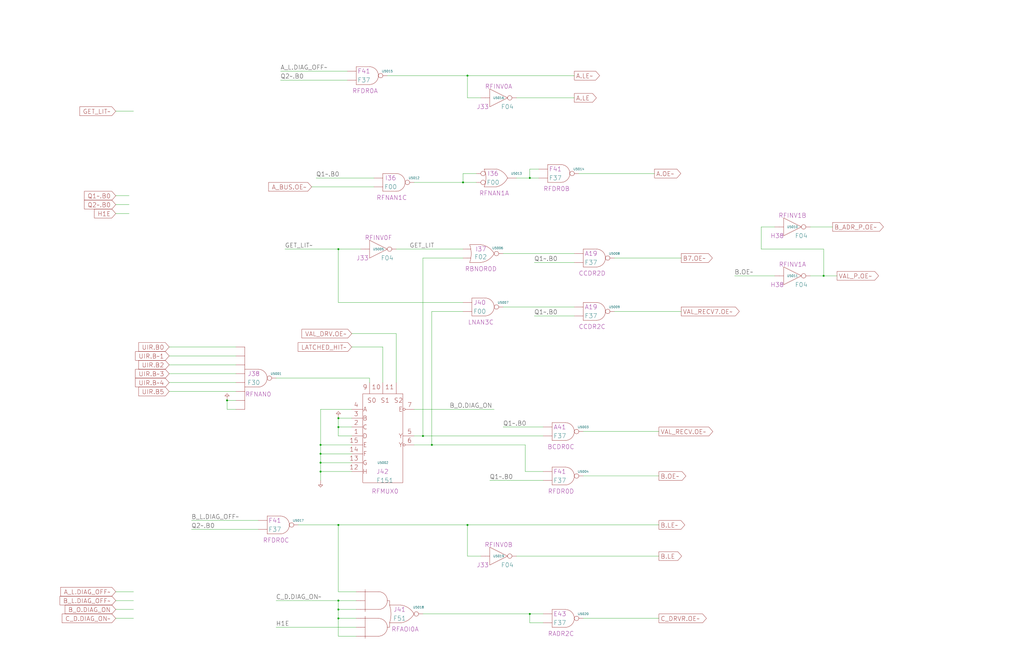
<source format=kicad_sch>
(kicad_sch (version 20211123) (generator eeschema)
  (paper "User" 584.2 378.46)
  (title_block (title "REGISTER FILE CONTROL") (date "22-MAR-90") (rev "1.0") (comment 1 "VALUE") (comment 2 "232-003063") (comment 3 "S400") (comment 4 "RELEASED"))
  (lib_symbols
    (symbol "r1000:F00" (pin_numbers hide) (pin_names hide)
      (property "Reference" "U" (at 15.24 0 0))
      (property "Value" "F00" (at 1.905 -5.08 0))
      (property "Location" "___" (at 1.905 0 0))
      (property "Name" "______" (at 2.54 -12.7 0))
      (symbol "F00_0_1"
        (polyline (pts (xy -2.54 -7.62) (xy 5.08 -7.62)) (stroke (width 0.1524)))
        (polyline (pts (xy -2.54 2.54) (xy -2.54 -7.62)) (stroke (width 0.1524)))
        (polyline (pts (xy -2.54 2.54) (xy 5.08 2.54)) (stroke (width 0.1524)))
        (arc (start 5.08 -7.62) (mid 10.1282 -2.54) (end 5.08 2.54) (stroke (width 0.1524)))
        (circle (center 11.43 -2.54) (radius 1.27) (stroke (width 0.1524)))
      )
      (symbol "F00_0_2"
        (circle (center -3.81 -5.08) (radius 1.27) (stroke (width 0.1524)))
        (circle (center -3.81 0) (radius 1.27) (stroke (width 0.1524)))
        (arc (start -3.175 -7.62) (mid -2.134 -2.54) (end -3.175 2.54) (stroke (width 0.1524)))
        (polyline (pts (xy -3.175 -7.62) (xy 3.81 -7.62)) (stroke (width 0.1524)))
        (polyline (pts (xy -3.175 2.54) (xy 3.81 2.54)) (stroke (width 0.1524)))
        (arc (start 3.81 -7.62) (mid 7.5855 -5.8306) (end 10.16 -2.54) (stroke (width 0.1524)))
        (arc (start 10.16 -2.54) (mid 7.5827 0.7471) (end 3.81 2.54) (stroke (width 0.1524)))
      )
      (symbol "F00_1_1"
        (pin input line (at -7.62 0 0) (length 5.08) (name "D0") (number "1"))
        (pin input line (at -7.62 -5.08 0) (length 5.08) (name "D1") (number "2"))
        (pin output line (at 15.24 -2.54 180) (length 2.54) (name "Q") (number "3"))
      )
      (symbol "F00_1_2"
        (pin input line (at -7.62 0 0) (length 2.54) (name "D0") (number "1"))
        (pin input line (at -7.62 -5.08 0) (length 2.54) (name "D1") (number "2"))
        (pin output line (at 15.24 -2.54 180) (length 5.08) (name "Q") (number "3"))
      )
    )
    (symbol "r1000:F02" (pin_numbers hide) (pin_names hide)
      (property "Reference" "U" (at 12.16 0.635 0))
      (property "Value" "F02" (at -1.27 -4.445 0))
      (property "Location" "___" (at 2.54 0 0))
      (property "Name" "______" (at 2.54 -12.7 0))
      (symbol "F02_0_1"
        (arc (start -3.81 -7.62) (mid -2.9847 -2.54) (end -3.81 2.54) (stroke (width 0.1524)))
        (polyline (pts (xy -5.08 -5.08) (xy -3.175 -5.08)) (stroke (width 0.1524)))
        (polyline (pts (xy -5.08 0) (xy -3.175 0)) (stroke (width 0.1524)))
        (polyline (pts (xy -3.81 -7.62) (xy 2.54 -7.62)) (stroke (width 0.1524)))
        (polyline (pts (xy -3.81 2.54) (xy 2.54 2.54)) (stroke (width 0.1524)))
        (polyline (pts (xy 13.97 -2.54) (xy 12.7 -2.54)) (stroke (width 0.1524)))
        (arc (start 2.54 -7.62) (mid 6.9515 -5.9823) (end 10.16 -2.54) (stroke (width 0.1524)))
        (arc (start 10.16 -2.54) (mid 6.9478 0.8966) (end 2.54 2.54) (stroke (width 0.1524)))
        (circle (center 11.43 -2.54) (radius 1.27) (stroke (width 0.1524)))
      )
      (symbol "F02_0_2"
        (circle (center -3.81 -5.08) (radius 1.27) (stroke (width 0.1524)))
        (circle (center -3.81 0) (radius 1.27) (stroke (width 0.1524)))
        (polyline (pts (xy -2.54 -7.62) (xy 5.08 -7.62)) (stroke (width 0.1524)))
        (polyline (pts (xy -2.54 2.54) (xy -2.54 -7.62)) (stroke (width 0.1524)))
        (polyline (pts (xy -2.54 2.54) (xy 5.08 2.54)) (stroke (width 0.1524)))
        (polyline (pts (xy 11.43 -2.54) (xy 10.16 -2.54)) (stroke (width 0.1524)))
        (polyline (pts (xy 11.43 -2.54) (xy 12.7 -2.54)) (stroke (width 0.1524)))
        (arc (start 5.08 -7.62) (mid 10.1282 -2.54) (end 5.08 2.54) (stroke (width 0.1524)))
      )
      (symbol "F02_1_1"
        (pin input line (at -7.62 0 0) (length 2.54) (name "D0") (number "1"))
        (pin input line (at -7.62 -5.08 0) (length 2.54) (name "D1") (number "2"))
        (pin output line (at 15.24 -2.54 180) (length 1.27) (name "Q") (number "3"))
      )
      (symbol "F02_1_2"
        (pin input line (at -7.62 0 0) (length 2.54) (name "D0") (number "1"))
        (pin input line (at -7.62 -5.08 0) (length 2.54) (name "D1") (number "2"))
        (pin output line (at 15.24 -2.54 180) (length 2.54) (name "Q") (number "3"))
      )
    )
    (symbol "r1000:F04" (pin_numbers hide) (pin_names hide)
      (property "Reference" "U" (at 0 0 0))
      (property "Value" "F04" (at 1.27 -5.08 0))
      (property "Location" "___" (at -12.7 -5.08 0))
      (property "Name" "______" (at 0 5.08 0))
      (symbol "F04_0_1"
        (polyline (pts (xy -7.62 0) (xy -5.08 0)) (stroke (width 0.1524)))
        (polyline (pts (xy -5.08 5.08) (xy -5.08 -5.08)) (stroke (width 0.1524)))
        (polyline (pts (xy 5.08 0) (xy -5.08 -5.08)) (stroke (width 0.1524)))
        (polyline (pts (xy 5.08 0) (xy -5.08 5.08)) (stroke (width 0.1524)))
        (circle (center 6.35 0) (radius 1.27) (stroke (width 0.1524)))
      )
      (symbol "F04_1_1"
        (pin input line (at -10.16 0 0) (length 2.54) (name "D") (number "1"))
        (pin output line (at 10.16 0 180) (length 2.54) (name "Q") (number "2"))
      )
    )
    (symbol "r1000:F151" (pin_numbers hide) (pin_names (offset 1.016) hide)
      (property "Reference" "U" (at 2.54 5.08 0))
      (property "Value" "F151" (at -1.27 -5.08 0))
      (property "Location" "___" (at -1.27 0 0))
      (property "Name" "______" (at 3.81 -12.7 0))
      (symbol "F151_1_1"
        (rectangle (start -8.89 44.45) (end 13.97 -6.35))
        (circle (center 14.605 15.24) (radius 0.635))
        (circle (center 14.605 35.56) (radius 0.635))
        (text "0" (at -2.54 40.64 0) (effects (font (size 2.54 2.54))))
        (text "0" (at 0 48.26 0) (effects (font (size 2.54 2.54))))
        (text "1" (at -15.24 2.54 0) (effects (font (size 2.54 2.54))))
        (text "1" (at -15.24 7.62 0) (effects (font (size 2.54 2.54))))
        (text "1" (at -15.24 12.7 0) (effects (font (size 2.54 2.54))))
        (text "1" (at -15.24 17.78 0) (effects (font (size 2.54 2.54))))
        (text "1" (at -12.7 22.86 0) (effects (font (size 2.54 2.54))))
        (text "1" (at -2.54 48.26 0) (effects (font (size 2.54 2.54))))
        (text "1" (at 5.08 40.64 0) (effects (font (size 2.54 2.54))))
        (text "1" (at 5.08 48.26 0) (effects (font (size 2.54 2.54))))
        (text "1" (at 7.62 48.26 0) (effects (font (size 2.54 2.54))))
        (text "2" (at -12.7 2.54 0) (effects (font (size 2.54 2.54))))
        (text "2" (at -12.7 27.94 0) (effects (font (size 2.54 2.54))))
        (text "2" (at 12.7 40.64 0) (effects (font (size 2.54 2.54))))
        (text "3" (at -12.7 7.62 0) (effects (font (size 2.54 2.54))))
        (text "3" (at -12.7 33.02 0) (effects (font (size 2.54 2.54))))
        (text "4" (at -12.7 12.7 0) (effects (font (size 2.54 2.54))))
        (text "4" (at -12.7 38.1 0) (effects (font (size 2.54 2.54))))
        (text "5" (at -12.7 17.78 0) (effects (font (size 2.54 2.54))))
        (text "5" (at 17.78 22.86 0) (effects (font (size 2.54 2.54))))
        (text "6" (at 17.78 17.78 0) (effects (font (size 2.54 2.54))))
        (text "7" (at 17.78 38.1 0) (effects (font (size 2.54 2.54))))
        (text "9" (at -7.62 48.26 0) (effects (font (size 2.54 2.54))))
        (text "A" (at -7.62 35.56 0) (effects (font (size 2.54 2.54))))
        (text "B" (at -7.62 30.48 0) (effects (font (size 2.54 2.54))))
        (text "C" (at -7.62 25.4 0) (effects (font (size 2.54 2.54))))
        (text "D" (at -7.62 20.32 0) (effects (font (size 2.54 2.54))))
        (text "E" (at -7.62 15.24 0) (effects (font (size 2.54 2.54))))
        (text "E" (at 12.7 35.56 0) (effects (font (size 2.54 2.54))))
        (text "F" (at -7.62 10.16 0) (effects (font (size 2.54 2.54))))
        (text "G" (at -7.62 5.08 0) (effects (font (size 2.54 2.54))))
        (text "H" (at -7.62 0 0) (effects (font (size 2.54 2.54))))
        (text "S" (at -5.08 40.64 0) (effects (font (size 2.54 2.54))))
        (text "S" (at 2.54 40.64 0) (effects (font (size 2.54 2.54))))
        (text "S" (at 10.16 40.64 0) (effects (font (size 2.54 2.54))))
        (text "Y" (at 12.7 15.24 0) (effects (font (size 2.54 2.54))))
        (text "Y" (at 12.7 20.32 0) (effects (font (size 2.54 2.54))))
        (pin input line (at -15.24 20.32 0) (length 6.35) (name "D") (number "1"))
        (pin input line (at 2.54 50.8 270) (length 6.35) (name "S1") (number "10"))
        (pin input line (at 10.16 50.8 270) (length 6.35) (name "S2") (number "11"))
        (pin input line (at -15.24 0 0) (length 6.35) (name "H") (number "12"))
        (pin input line (at -15.24 5.08 0) (length 6.35) (name "G") (number "13"))
        (pin input line (at -15.24 10.16 0) (length 6.35) (name "F") (number "14"))
        (pin input line (at -15.24 15.24 0) (length 6.35) (name "E") (number "15"))
        (pin input line (at -15.24 25.4 0) (length 6.35) (name "C") (number "2"))
        (pin input line (at -15.24 30.48 0) (length 6.35) (name "B") (number "3"))
        (pin input line (at -15.24 35.56 0) (length 6.35) (name "A") (number "4"))
        (pin output line (at 20.32 20.32 180) (length 6.35) (name "Y") (number "5"))
        (pin output line (at 20.32 15.24 180) (length 5.08) (name "Y_") (number "6"))
        (pin input line (at 20.32 35.56 180) (length 5.08) (name "E_") (number "7"))
        (pin input line (at -5.08 50.8 270) (length 6.35) (name "S0") (number "9"))
      )
    )
    (symbol "r1000:F30" (pin_numbers hide) (pin_names hide)
      (property "Reference" "U" (at 15.24 2.54 0))
      (property "Value" "F30" (at 2.54 -2.54 0))
      (property "Location" "___" (at 2.54 2.54 0))
      (property "Name" "______" (at 5.08 -10.62 0))
      (symbol "F30_0_0"
        (polyline (pts (xy -2.54 -5.08) (xy 5.08 -5.08)) (stroke (width 0.1524)))
        (polyline (pts (xy -2.54 5.08) (xy 5.08 5.08)) (stroke (width 0.1524)))
        (arc (start 5.08 -5.08) (mid 8.6721 -3.5921) (end 10.16 0) (stroke (width 0.1524)))
        (arc (start 10.16 0) (mid 8.6721 3.5921) (end 5.08 5.08) (stroke (width 0.1524)))
        (circle (center 11.43 0) (radius 1.27) (stroke (width 0.1524)))
      )
      (symbol "F30_0_1"
        (polyline (pts (xy -2.54 -7.62) (xy -2.54 -17.78)) (stroke (width 0.1524)))
        (polyline (pts (xy -2.54 -5.08) (xy -2.54 -7.62)) (stroke (width 0.1524)))
        (polyline (pts (xy -2.54 5.08) (xy -2.54 -5.08)) (stroke (width 0.1524)))
        (polyline (pts (xy -2.54 7.62) (xy -2.54 5.08)) (stroke (width 0.1524)))
        (polyline (pts (xy -2.54 17.145) (xy -2.54 7.62)) (stroke (width 0.1524)))
        (polyline (pts (xy -2.54 17.78) (xy -2.54 17.145)) (stroke (width 0.1524)))
      )
      (symbol "F30_1_1"
        (pin input line (at -7.62 7.62 0) (length 5.08) (name "D0") (number "1"))
        (pin input line (at -7.62 17.78 0) (length 5.08) (name "D1") (number "11"))
        (pin input line (at -7.62 12.7 0) (length 5.08) (name "D2") (number "12"))
        (pin input line (at -7.62 2.54 0) (length 5.08) (name "D3") (number "2"))
        (pin input line (at -7.62 -2.54 0) (length 5.08) (name "D4") (number "3"))
        (pin input line (at -7.62 -7.62 0) (length 5.08) (name "D5") (number "4"))
        (pin input line (at -7.62 -12.7 0) (length 5.08) (name "D6") (number "5"))
        (pin input line (at -7.62 -17.78 0) (length 5.08) (name "D7") (number "6"))
        (pin output line (at 15.24 0 180) (length 2.54) (name "Q") (number "8"))
      )
    )
    (symbol "r1000:F37" (pin_numbers hide) (pin_names (offset 0) hide)
      (property "Reference" "U" (at 15.24 0 0))
      (property "Value" "F37" (at 1.905 -5.08 0))
      (property "Location" "___" (at 1.905 0 0))
      (property "Name" "______" (at 2.54 -12.7 0))
      (symbol "F37_0_1"
        (polyline (pts (xy -2.54 -7.62) (xy 5.08 -7.62)) (stroke (width 0.1524)))
        (polyline (pts (xy -2.54 2.54) (xy -2.54 -7.62)) (stroke (width 0.1524)))
        (polyline (pts (xy -2.54 2.54) (xy 5.08 2.54)) (stroke (width 0.1524)))
        (arc (start 5.08 -7.62) (mid 10.1282 -2.54) (end 5.08 2.54) (stroke (width 0.1524)))
        (circle (center 11.43 -2.54) (radius 1.27) (stroke (width 0.1524)))
      )
      (symbol "F37_0_2"
        (circle (center -3.81 -5.08) (radius 1.27) (stroke (width 0.1524)))
        (circle (center -3.81 0) (radius 1.27) (stroke (width 0.1524)))
        (arc (start -3.175 -7.62) (mid -2.134 -2.54) (end -3.175 2.54) (stroke (width 0.1524)))
        (polyline (pts (xy -3.175 -7.62) (xy 3.81 -7.62)) (stroke (width 0.1524)))
        (polyline (pts (xy -3.175 2.54) (xy 3.81 2.54)) (stroke (width 0.1524)))
        (arc (start 3.81 -7.62) (mid 7.5855 -5.8306) (end 10.16 -2.54) (stroke (width 0.1524)))
        (arc (start 10.16 -2.54) (mid 7.5827 0.7471) (end 3.81 2.54) (stroke (width 0.1524)))
      )
      (symbol "F37_1_1"
        (pin input line (at -7.62 0 0) (length 5.08) (name "D0") (number "1"))
        (pin input line (at -7.62 -5.08 0) (length 5.08) (name "D1") (number "2"))
        (pin output line (at 15.24 -2.54 180) (length 2.54) (name "Q") (number "3"))
      )
      (symbol "F37_1_2"
        (pin input line (at -7.62 0 0) (length 2.54) (name "D0") (number "1"))
        (pin input line (at -7.62 -5.08 0) (length 2.54) (name "D1") (number "2"))
        (pin output line (at 15.24 -2.54 180) (length 5.08) (name "Q") (number "3"))
      )
    )
    (symbol "r1000:F51" (pin_numbers hide) (pin_names hide)
      (property "Reference" "U" (at 12.7 1.27 0))
      (property "Value" "F51" (at 1.905 -5.08 0))
      (property "Location" "___" (at 1.905 0 0))
      (property "Name" "______" (at 5.08 -12.7 0))
      (symbol "F51_0_0"
        (arc (start -10.16 -15.24) (mid -6.5679 -13.7521) (end -5.08 -10.16) (stroke (width 0.1524)))
        (arc (start -10.16 0) (mid -6.5679 1.4879) (end -5.08 5.08) (stroke (width 0.1524)))
        (arc (start -5.08 -10.16) (mid -6.5679 -6.5679) (end -10.16 -5.08) (stroke (width 0.1524)))
        (arc (start -5.08 5.08) (mid -6.5679 8.6721) (end -10.16 10.16) (stroke (width 0.1524)))
        (arc (start -3.8173 -7.62) (mid -2.9926 -2.54) (end -3.8173 2.54) (stroke (width 0.1524)))
        (polyline (pts (xy -20.32 -15.24) (xy -17.78 -15.24)) (stroke (width 0.1524)))
        (polyline (pts (xy -20.32 -10.16) (xy -17.78 -10.16)) (stroke (width 0.1524)))
        (polyline (pts (xy -20.32 -5.08) (xy -17.78 -5.08)) (stroke (width 0.1524)))
        (polyline (pts (xy -20.32 0) (xy -17.78 0)) (stroke (width 0.1524)))
        (polyline (pts (xy -20.32 5.08) (xy -17.78 5.08)) (stroke (width 0.1524)))
        (polyline (pts (xy -20.32 10.16) (xy -17.78 10.16)) (stroke (width 0.1524)))
        (polyline (pts (xy -17.78 -3.81) (xy -17.78 -16.51)) (stroke (width 0.1524)))
        (polyline (pts (xy -17.78 11.43) (xy -17.78 -1.27)) (stroke (width 0.1524)))
        (polyline (pts (xy -10.16 -15.24) (xy -17.78 -15.24)) (stroke (width 0.1524)))
        (polyline (pts (xy -10.16 -5.08) (xy -17.78 -5.08)) (stroke (width 0.1524)))
        (polyline (pts (xy -10.16 0) (xy -17.78 0)) (stroke (width 0.1524)))
        (polyline (pts (xy -10.16 10.16) (xy -17.78 10.16)) (stroke (width 0.1524)))
        (polyline (pts (xy -3.81 -7.62) (xy 2.54 -7.62)) (stroke (width 0.1524)))
        (polyline (pts (xy -3.81 2.54) (xy 2.54 2.54)) (stroke (width 0.1524)))
        (polyline (pts (xy -5.08 -10.16) (xy -3.81 -10.16) (xy -3.81 -7.62)) (stroke (width 0.1524)))
        (polyline (pts (xy -5.08 5.08) (xy -3.81 5.08) (xy -3.81 2.54)) (stroke (width 0.1524)))
        (arc (start 2.54 -7.62) (mid 6.9504 -5.9805) (end 10.16 -2.54) (stroke (width 0.1524)))
        (arc (start 10.16 -2.54) (mid 6.9516 0.9024) (end 2.54 2.54) (stroke (width 0.1524)))
        (circle (center 11.43 -2.54) (radius 1.27) (stroke (width 0.1524)))
      )
      (symbol "F51_1_1"
        (pin input line (at -22.86 10.16 0) (length 2.54) (name "A1") (number "1"))
        (pin input line (at -22.86 5.08 0) (length 2.54) (name "A2") (number "2"))
        (pin input line (at -22.86 0 0) (length 2.54) (name "A3") (number "3"))
        (pin input line (at -22.86 -5.08 0) (length 2.54) (name "B1") (number "4"))
        (pin input line (at -22.86 -10.16 0) (length 2.54) (name "B2") (number "5"))
        (pin input line (at -22.86 -15.24 0) (length 2.54) (name "B3") (number "6"))
        (pin output line (at 15.24 -2.54 180) (length 2.54) (name "Q") (number "7"))
      )
    )
    (symbol "r1000:PD" (power) (pin_numbers hide) (pin_names hide) (in_bom no)
      (symbol "PD_0_1"
        (polyline (pts (xy 0 -2.54) (xy 1.27 -2.54) (xy 0 -3.81) (xy -1.27 -2.54) (xy 0 -2.54)) (stroke (width 0.1524)))
      )
      (symbol "PD_1_1"
        (pin power_in line (at 0 0 270) (length 2.54) (name "PD") (number "1"))
      )
    )
    (symbol "r1000:PU" (power) (pin_numbers hide) (pin_names hide)
      (symbol "PU_0_1"
        (polyline (pts (xy 0 2.54) (xy -1.27 2.54) (xy 0 3.81) (xy 1.27 2.54) (xy 0 2.54)) (stroke (width 0.1524)))
      )
      (symbol "PU_1_1"
        (pin power_in line (at 0 0 90) (length 2.54) (name "PU") (number "1"))
      )
    )
  )
  (junction (at 266.7 299.72))
  (junction (at 182.88 264.16))
  (junction (at 129.54 228.6))
  (junction (at 264.16 104.14))
  (junction (at 193.04 342.9))
  (junction (at 182.88 254))
  (junction (at 246.38 254))
  (junction (at 241.3 248.92))
  (junction (at 469.9 157.48))
  (junction (at 193.04 353.06))
  (junction (at 182.88 259.08))
  (junction (at 193.04 243.84))
  (junction (at 182.88 269.24))
  (junction (at 193.04 142.24))
  (junction (at 193.04 238.76))
  (junction (at 302.26 350.52))
  (junction (at 193.04 299.72))
  (junction (at 302.26 101.6))
  (junction (at 266.7 43.18))
  (junction (at 193.04 347.98))
  (wire (pts (xy 332.74 246.38) (xy 375.92 246.38)))
  (wire (pts (xy 182.88 269.24) (xy 200.66 269.24)))
  (wire (pts (xy 241.3 350.52) (xy 302.26 350.52)))
  (wire (pts (xy 302.26 350.52) (xy 309.88 350.52)))
  (wire (pts (xy 200.66 198.12) (xy 218.44 198.12)))
  (wire (pts (xy 218.44 198.12) (xy 218.44 218.44)))
  (wire (pts (xy 236.22 254) (xy 246.38 254)))
  (wire (pts (xy 246.38 254) (xy 299.72 254)))
  (wire (pts (xy 299.72 254) (xy 299.72 269.24)))
  (wire (pts (xy 299.72 269.24) (xy 309.88 269.24)))
  (wire (pts (xy 332.74 353.06) (xy 375.92 353.06)))
  (wire (pts (xy 96.52 208.28) (xy 134.62 208.28)))
  (wire (pts (xy 279.4 274.32) (xy 309.88 274.32)))
  (wire (pts (xy 193.04 299.72) (xy 193.04 337.82)))
  (wire (pts (xy 203.2 337.82) (xy 193.04 337.82)))
  (wire (pts (xy 304.8 149.86) (xy 327.66 149.86)))
  (wire (pts (xy 419.1 157.48) (xy 441.96 157.48)))
  (wire (pts (xy 182.88 264.16) (xy 200.66 264.16)))
  (wire (pts (xy 160.02 45.72) (xy 198.12 45.72)))
  (wire (pts (xy 157.48 342.9) (xy 193.04 342.9)))
  (wire (pts (xy 193.04 342.9) (xy 203.2 342.9)))
  (wire (pts (xy 220.98 43.18) (xy 266.7 43.18)))
  (wire (pts (xy 266.7 43.18) (xy 266.7 55.88)))
  (wire (pts (xy 266.7 55.88) (xy 274.32 55.88)))
  (wire (pts (xy 294.64 101.6) (xy 302.26 101.6)))
  (wire (pts (xy 302.26 101.6) (xy 307.34 101.6)))
  (wire (pts (xy 66.04 347.98) (xy 76.2 347.98)))
  (wire (pts (xy 264.16 99.06) (xy 264.16 104.14)))
  (wire (pts (xy 271.78 99.06) (xy 264.16 99.06)))
  (wire (pts (xy 66.04 342.9) (xy 76.2 342.9)))
  (wire (pts (xy 193.04 238.76) (xy 200.66 238.76)))
  (wire (pts (xy 332.74 271.78) (xy 375.92 271.78)))
  (wire (pts (xy 66.04 353.06) (xy 76.2 353.06)))
  (wire (pts (xy 330.2 99.06) (xy 373.38 99.06)))
  (wire (pts (xy 96.52 213.36) (xy 134.62 213.36)))
  (wire (pts (xy 160.02 40.64) (xy 198.12 40.64)))
  (wire (pts (xy 177.8 106.68) (xy 213.36 106.68)))
  (wire (pts (xy 109.22 302.26) (xy 147.32 302.26)))
  (wire (pts (xy 96.52 203.2) (xy 134.62 203.2)))
  (wire (pts (xy 287.02 175.26) (xy 327.66 175.26)))
  (wire (pts (xy 304.8 180.34) (xy 327.66 180.34)))
  (wire (pts (xy 193.04 299.72) (xy 170.18 299.72)))
  (wire (pts (xy 266.7 299.72) (xy 193.04 299.72)))
  (wire (pts (xy 266.7 317.5) (xy 266.7 299.72)))
  (wire (pts (xy 274.32 317.5) (xy 266.7 317.5)))
  (wire (pts (xy 226.06 142.24) (xy 264.16 142.24)))
  (wire (pts (xy 266.7 43.18) (xy 327.66 43.18)))
  (wire (pts (xy 182.88 254) (xy 200.66 254)))
  (wire (pts (xy 302.26 355.6) (xy 302.26 350.52)))
  (wire (pts (xy 309.88 355.6) (xy 302.26 355.6)))
  (wire (pts (xy 462.28 129.54) (xy 474.98 129.54)))
  (wire (pts (xy 236.22 233.68) (xy 281.94 233.68)))
  (wire (pts (xy 96.52 223.52) (xy 134.62 223.52)))
  (wire (pts (xy 294.64 55.88) (xy 327.66 55.88)))
  (wire (pts (xy 193.04 347.98) (xy 193.04 342.9)))
  (wire (pts (xy 193.04 353.06) (xy 193.04 347.98)))
  (wire (pts (xy 193.04 363.22) (xy 193.04 353.06)))
  (wire (pts (xy 203.2 363.22) (xy 193.04 363.22)))
  (wire (pts (xy 193.04 142.24) (xy 193.04 172.72)))
  (wire (pts (xy 193.04 172.72) (xy 264.16 172.72)))
  (wire (pts (xy 66.04 121.92) (xy 73.66 121.92)))
  (wire (pts (xy 157.48 358.14) (xy 203.2 358.14)))
  (wire (pts (xy 66.04 111.76) (xy 73.66 111.76)))
  (wire (pts (xy 200.66 190.5) (xy 226.06 190.5)))
  (wire (pts (xy 226.06 190.5) (xy 226.06 218.44)))
  (wire (pts (xy 287.02 144.78) (xy 327.66 144.78)))
  (wire (pts (xy 266.7 299.72) (xy 375.92 299.72)))
  (wire (pts (xy 193.04 243.84) (xy 193.04 238.76)))
  (wire (pts (xy 193.04 248.92) (xy 193.04 243.84)))
  (wire (pts (xy 200.66 248.92) (xy 193.04 248.92)))
  (wire (pts (xy 236.22 104.14) (xy 264.16 104.14)))
  (wire (pts (xy 264.16 104.14) (xy 271.78 104.14)))
  (wire (pts (xy 193.04 243.84) (xy 200.66 243.84)))
  (wire (pts (xy 129.54 228.6) (xy 134.62 228.6)))
  (wire (pts (xy 241.3 147.32) (xy 241.3 248.92)))
  (wire (pts (xy 264.16 147.32) (xy 241.3 147.32)))
  (wire (pts (xy 96.52 218.44) (xy 134.62 218.44)))
  (wire (pts (xy 157.48 215.9) (xy 210.82 215.9)))
  (wire (pts (xy 210.82 215.9) (xy 210.82 218.44)))
  (wire (pts (xy 246.38 177.8) (xy 264.16 177.8)))
  (wire (pts (xy 246.38 254) (xy 246.38 177.8)))
  (wire (pts (xy 350.52 147.32) (xy 388.62 147.32)))
  (wire (pts (xy 434.34 129.54) (xy 434.34 142.24)))
  (wire (pts (xy 434.34 142.24) (xy 469.9 142.24)))
  (wire (pts (xy 441.96 129.54) (xy 434.34 129.54)))
  (wire (pts (xy 469.9 142.24) (xy 469.9 157.48)))
  (wire (pts (xy 66.04 63.5) (xy 76.2 63.5)))
  (wire (pts (xy 96.52 198.12) (xy 134.62 198.12)))
  (wire (pts (xy 193.04 347.98) (xy 203.2 347.98)))
  (wire (pts (xy 129.54 233.68) (xy 129.54 228.6)))
  (wire (pts (xy 134.62 233.68) (xy 129.54 233.68)))
  (wire (pts (xy 182.88 233.68) (xy 182.88 254)))
  (wire (pts (xy 182.88 254) (xy 182.88 259.08)))
  (wire (pts (xy 182.88 259.08) (xy 182.88 264.16)))
  (wire (pts (xy 182.88 264.16) (xy 182.88 269.24)))
  (wire (pts (xy 182.88 269.24) (xy 182.88 274.32)))
  (wire (pts (xy 200.66 233.68) (xy 182.88 233.68)))
  (wire (pts (xy 182.88 259.08) (xy 200.66 259.08)))
  (wire (pts (xy 193.04 353.06) (xy 203.2 353.06)))
  (wire (pts (xy 462.28 157.48) (xy 469.9 157.48)))
  (wire (pts (xy 469.9 157.48) (xy 477.52 157.48)))
  (wire (pts (xy 302.26 96.52) (xy 302.26 101.6)))
  (wire (pts (xy 307.34 96.52) (xy 302.26 96.52)))
  (wire (pts (xy 180.34 101.6) (xy 213.36 101.6)))
  (wire (pts (xy 287.02 243.84) (xy 309.88 243.84)))
  (wire (pts (xy 66.04 116.84) (xy 73.66 116.84)))
  (wire (pts (xy 350.52 177.8) (xy 388.62 177.8)))
  (wire (pts (xy 162.56 142.24) (xy 193.04 142.24)))
  (wire (pts (xy 193.04 142.24) (xy 205.74 142.24)))
  (wire (pts (xy 294.64 317.5) (xy 375.92 317.5)))
  (wire (pts (xy 66.04 337.82) (xy 76.2 337.82)))
  (wire (pts (xy 236.22 248.92) (xy 241.3 248.92)))
  (wire (pts (xy 241.3 248.92) (xy 309.88 248.92)))
  (wire (pts (xy 109.22 297.18) (xy 147.32 297.18)))
  (label "Q1~.B0" (at 279.4 274.32 0) (effects (font (size 2.54 2.54))))
  (label "Q1~.B0" (at 287.02 243.84 0) (effects (font (size 2.54 2.54))))
  (label "Q2~.B0" (at 109.22 302.26 0) (effects (font (size 2.54 2.54))))
  (label "Q2~.B0" (at 160.02 45.72 0) (effects (font (size 2.54 2.54))))
  (label "Q1~.B0" (at 180.34 101.6 0) (effects (font (size 2.54 2.54))))
  (label "C_D.DIAG_ON~" (at 157.48 342.9 0) (effects (font (size 2.54 2.54))))
  (label "GET_LIT" (at 233.68 142.24 0) (effects (font (size 2.54 2.54))))
  (label "Q1~.B0" (at 304.8 149.86 0) (effects (font (size 2.54 2.54))))
  (label "A_L.DIAG_OFF~" (at 160.02 40.64 0) (effects (font (size 2.54 2.54))))
  (label "H1E" (at 157.48 358.14 0) (effects (font (size 2.54 2.54))))
  (label "B_O.DIAG_ON" (at 256.54 233.68 0) (effects (font (size 2.54 2.54))))
  (label "B.OE~" (at 419.1 157.48 0) (effects (font (size 2.54 2.54))))
  (label "GET_LIT~" (at 162.56 142.24 0) (effects (font (size 2.54 2.54))))
  (label "Q1~.B0" (at 304.8 180.34 0) (effects (font (size 2.54 2.54))))
  (label "B_L.DIAG_OFF~" (at 109.22 297.18 0) (effects (font (size 2.54 2.54))))
  (global_label "VAL_RECV7.OE~" (shape output) (at 388.62 177.8 0) (effects (font (size 2.54 2.54))) (property "Intersheet References" "${INTERSHEET_REFS}" (at 421.7489 177.6413 0) (effects (font (size 2.54 2.54)) (justify left))))
  (global_label "UIR.B~1" (shape input) (at 96.52 203.2 180) (effects (font (size 2.54 2.54))) (property "Intersheet References" "${INTERSHEET_REFS}" (at 77.3007 203.0413 0) (effects (font (size 2.54 2.54)) (justify right))))
  (global_label "VAL_RECV.OE~" (shape output) (at 375.92 246.38 0) (effects (font (size 2.54 2.54))) (property "Intersheet References" "${INTERSHEET_REFS}" (at 406.6298 246.2213 0) (effects (font (size 2.54 2.54)) (justify left))))
  (global_label "B7.OE~" (shape output) (at 388.62 147.32 0) (effects (font (size 2.54 2.54))) (property "Intersheet References" "${INTERSHEET_REFS}" (at 406.3879 147.1613 0) (effects (font (size 2.54 2.54)) (justify left))))
  (global_label "GET_LIT~" (shape input) (at 66.04 63.5 180) (effects (font (size 2.54 2.54))) (property "Intersheet References" "${INTERSHEET_REFS}" (at 45.4902 63.3413 0) (effects (font (size 2.54 2.54)) (justify right))))
  (global_label "UIR.B~3" (shape input) (at 96.52 213.36 180) (effects (font (size 2.54 2.54))) (property "Intersheet References" "${INTERSHEET_REFS}" (at 77.3007 213.2013 0) (effects (font (size 2.54 2.54)) (justify right))))
  (global_label "C_DRVR.OE~" (shape output) (at 375.92 353.06 0) (effects (font (size 2.54 2.54))) (property "Intersheet References" "${INTERSHEET_REFS}" (at 403.0012 352.9013 0) (effects (font (size 2.54 2.54)) (justify left))))
  (global_label "B_O.DIAG_ON" (shape input) (at 66.04 347.98 180) (effects (font (size 2.54 2.54))) (property "Intersheet References" "${INTERSHEET_REFS}" (at 37.1445 347.8213 0) (effects (font (size 2.54 2.54)) (justify right))))
  (global_label "B.OE~" (shape output) (at 375.92 271.78 0) (effects (font (size 2.54 2.54))) (property "Intersheet References" "${INTERSHEET_REFS}" (at 391.2689 271.6213 0) (effects (font (size 2.54 2.54)) (justify left))))
  (global_label "B_L.DIAG_OFF~" (shape input) (at 66.04 342.9 180) (effects (font (size 2.54 2.54))) (property "Intersheet References" "${INTERSHEET_REFS}" (at 34.2416 342.7413 0) (effects (font (size 2.54 2.54)) (justify right))))
  (global_label "A_L.DIAG_OFF~" (shape input) (at 66.04 337.82 180) (effects (font (size 2.54 2.54))) (property "Intersheet References" "${INTERSHEET_REFS}" (at 34.6045 337.6613 0) (effects (font (size 2.54 2.54)) (justify right))))
  (global_label "A.OE~" (shape output) (at 373.38 99.06 0) (effects (font (size 2.54 2.54))) (property "Intersheet References" "${INTERSHEET_REFS}" (at 388.366 98.9013 0) (effects (font (size 2.54 2.54)) (justify left))))
  (global_label "A.LE~" (shape output) (at 327.66 43.18 0) (effects (font (size 2.54 2.54))) (property "Intersheet References" "${INTERSHEET_REFS}" (at 342.0412 43.0213 0) (effects (font (size 2.54 2.54)) (justify left))))
  (global_label "UIR.B0" (shape input) (at 96.52 198.12 180) (effects (font (size 2.54 2.54))) (property "Intersheet References" "${INTERSHEET_REFS}" (at 79.115 197.9613 0) (effects (font (size 2.54 2.54)) (justify right))))
  (global_label "LATCHED_HIT~" (shape input) (at 200.66 198.12 180) (effects (font (size 2.54 2.54))) (property "Intersheet References" "${INTERSHEET_REFS}" (at 170.0711 197.9613 0) (effects (font (size 2.54 2.54)) (justify right))))
  (global_label "H1E" (shape input) (at 66.04 121.92 180) (effects (font (size 2.54 2.54))) (property "Intersheet References" "${INTERSHEET_REFS}" (at 56.134 121.7613 0) (effects (font (size 2.54 2.54)) (justify right))))
  (global_label "UIR.B~4" (shape input) (at 96.52 218.44 180) (effects (font (size 2.54 2.54))) (property "Intersheet References" "${INTERSHEET_REFS}" (at 77.3007 218.2813 0) (effects (font (size 2.54 2.54)) (justify right))))
  (global_label "VAL_DRV.OE~" (shape input) (at 200.66 190.5 180) (effects (font (size 2.54 2.54))) (property "Intersheet References" "${INTERSHEET_REFS}" (at 172.2483 190.3413 0) (effects (font (size 2.54 2.54)) (justify right))))
  (global_label "UIR.B5" (shape input) (at 96.52 223.52 180) (effects (font (size 2.54 2.54))) (property "Intersheet References" "${INTERSHEET_REFS}" (at 79.115 223.3613 0) (effects (font (size 2.54 2.54)) (justify right))))
  (global_label "Q2~.B0" (shape input) (at 66.04 116.84 180) (effects (font (size 2.54 2.54))) (property "Intersheet References" "${INTERSHEET_REFS}" (at 48.1511 116.6813 0) (effects (font (size 2.54 2.54)) (justify right))))
  (global_label "B.LE~" (shape output) (at 375.92 299.72 0) (effects (font (size 2.54 2.54))) (property "Intersheet References" "${INTERSHEET_REFS}" (at 390.6641 299.5613 0) (effects (font (size 2.54 2.54)) (justify left))))
  (global_label "B.LE" (shape output) (at 375.92 317.5 0) (effects (font (size 2.54 2.54))) (property "Intersheet References" "${INTERSHEET_REFS}" (at 388.8498 317.3413 0) (effects (font (size 2.54 2.54)) (justify left))))
  (global_label "A_BUS.OE~" (shape input) (at 177.8 106.68 180) (effects (font (size 2.54 2.54))) (property "Intersheet References" "${INTERSHEET_REFS}" (at 153.2588 106.5213 0) (effects (font (size 2.54 2.54)) (justify right))))
  (global_label "A.LE" (shape output) (at 327.66 55.88 0) (effects (font (size 2.54 2.54))) (property "Intersheet References" "${INTERSHEET_REFS}" (at 340.227 55.7213 0) (effects (font (size 2.54 2.54)) (justify left))))
  (global_label "VAL_P.OE~" (shape output) (at 477.52 157.48 0) (effects (font (size 2.54 2.54))) (property "Intersheet References" "${INTERSHEET_REFS}" (at 501.2146 157.3213 0) (effects (font (size 2.54 2.54)) (justify left))))
  (global_label "B_ADR_P.OE~" (shape output) (at 474.98 129.54 0) (effects (font (size 2.54 2.54))) (property "Intersheet References" "${INTERSHEET_REFS}" (at 503.9965 129.3813 0) (effects (font (size 2.54 2.54)) (justify left))))
  (global_label "UIR.B2" (shape input) (at 96.52 208.28 180) (effects (font (size 2.54 2.54))) (property "Intersheet References" "${INTERSHEET_REFS}" (at 79.115 208.1213 0) (effects (font (size 2.54 2.54)) (justify right))))
  (global_label "C_D.DIAG_ON~" (shape input) (at 66.04 353.06 180) (effects (font (size 2.54 2.54))) (property "Intersheet References" "${INTERSHEET_REFS}" (at 35.4511 352.9013 0) (effects (font (size 2.54 2.54)) (justify right))))
  (global_label "Q1~.B0" (shape input) (at 66.04 111.76 180) (effects (font (size 2.54 2.54))) (property "Intersheet References" "${INTERSHEET_REFS}" (at 48.1511 111.6013 0) (effects (font (size 2.54 2.54)) (justify right))))
  (symbol (lib_id "r1000:F37") (at 205.74 40.64 0) (unit 1)
    (property "Reference" "U5015" (at 220.98 40.64 0))
    (property "Value" "F37" (at 207.645 45.72 0) (effects (font (size 2.54 2.54))))
    (property "Location" "F41" (at 207.645 40.64 0) (effects (font (size 2.54 2.54))))
    (property "Name" "RFDR0A" (at 208.28 53.34 0) (effects (font (size 2.54 2.54)) (justify bottom)))
  )
  (symbol (lib_id "r1000:F37") (at 335.28 175.26 0) (unit 1)
    (property "Reference" "U5009" (at 350.52 175.26 0))
    (property "Value" "F37" (at 337.185 180.34 0) (effects (font (size 2.54 2.54))))
    (property "Location" "A19" (at 337.185 175.26 0) (effects (font (size 2.54 2.54))))
    (property "Name" "CCDR2C" (at 337.82 187.96 0) (effects (font (size 2.54 2.54)) (justify bottom)))
  )
  (symbol (lib_id "r1000:F00") (at 220.98 101.6 0) (unit 1)
    (property "Reference" "U5012" (at 236.22 101.6 0))
    (property "Value" "F00" (at 222.885 106.68 0) (effects (font (size 2.54 2.54))))
    (property "Location" "I36" (at 222.885 101.6 0) (effects (font (size 2.54 2.54))))
    (property "Name" "RFNAN1C" (at 223.52 114.3 0) (effects (font (size 2.54 2.54)) (justify bottom)))
  )
  (symbol (lib_id "r1000:F00") (at 271.78 172.72 0) (unit 1)
    (property "Reference" "U5007" (at 287.02 172.72 0))
    (property "Value" "F00" (at 273.685 177.8 0) (effects (font (size 2.54 2.54))))
    (property "Location" "J40" (at 273.685 172.72 0) (effects (font (size 2.54 2.54))))
    (property "Name" "LNAN3C" (at 274.32 185.42 0) (effects (font (size 2.54 2.54)) (justify bottom)))
  )
  (symbol (lib_id "r1000:F151") (at 215.9 269.24 0) (unit 1)
    (property "Reference" "U5002" (at 218.44 264.16 0))
    (property "Value" "F151" (at 214.63 274.32 0) (effects (font (size 2.54 2.54)) (justify left)))
    (property "Location" "J42" (at 214.63 269.24 0) (effects (font (size 2.54 2.54)) (justify left)))
    (property "Name" "RFMUX0" (at 219.71 281.94 0) (effects (font (size 2.54 2.54)) (justify bottom)))
  )
  (symbol (lib_id "r1000:PD") (at 182.88 274.32 0) (unit 1) (in_bom no)
    (property "Reference" "#PWR05002" (effects hide))
    (property "Value" "PD" (effects hide))
  )
  (symbol (lib_id "r1000:PU") (at 193.04 238.76 0) (unit 1)
    (property "Reference" "#PWR05003" (effects hide))
    (property "Value" "PU" (effects hide))
  )
  (symbol (lib_id "r1000:F04") (at 284.48 55.88 0) (unit 1)
    (property "Reference" "U5016" (at 284.48 55.88 0))
    (property "Value" "F04" (at 285.75 60.96 0) (effects (font (size 2.54 2.54)) (justify left)))
    (property "Location" "J33" (at 271.78 60.96 0) (effects (font (size 2.54 2.54)) (justify left)))
    (property "Name" "RFINV0A" (at 284.48 50.8 0) (effects (font (size 2.54 2.54)) (justify bottom)))
  )
  (symbol (lib_id "r1000:F37") (at 335.28 144.78 0) (unit 1)
    (property "Reference" "U5008" (at 350.52 144.78 0))
    (property "Value" "F37" (at 337.185 149.86 0) (effects (font (size 2.54 2.54))))
    (property "Location" "A19" (at 337.185 144.78 0) (effects (font (size 2.54 2.54))))
    (property "Name" "CCDR2D" (at 337.82 157.48 0) (effects (font (size 2.54 2.54)) (justify bottom)))
  )
  (symbol (lib_id "r1000:F02") (at 271.78 142.24 0) (unit 1)
    (property "Reference" "U5006" (at 283.94 141.605 0))
    (property "Value" "F02" (at 270.51 146.685 0) (effects (font (size 2.54 2.54)) (justify left)))
    (property "Location" "I37" (at 274.32 142.24 0) (effects (font (size 2.54 2.54))))
    (property "Name" "RBNOR0D" (at 274.32 154.94 0) (effects (font (size 2.54 2.54)) (justify bottom)))
  )
  (symbol (lib_id "r1000:F37") (at 314.96 96.52 0) (unit 1)
    (property "Reference" "U5014" (at 330.2 96.52 0))
    (property "Value" "F37" (at 316.865 101.6 0) (effects (font (size 2.54 2.54))))
    (property "Location" "F41" (at 316.865 96.52 0) (effects (font (size 2.54 2.54))))
    (property "Name" "RFDR0B" (at 317.5 109.22 0) (effects (font (size 2.54 2.54)) (justify bottom)))
  )
  (symbol (lib_id "r1000:F04") (at 452.12 157.48 0) (unit 1)
    (property "Reference" "U5011" (at 452.12 157.48 0))
    (property "Value" "F04" (at 453.39 162.56 0) (effects (font (size 2.54 2.54)) (justify left)))
    (property "Location" "H38" (at 439.42 162.56 0) (effects (font (size 2.54 2.54)) (justify left)))
    (property "Name" "RFINV1A" (at 452.12 152.4 0) (effects (font (size 2.54 2.54)) (justify bottom)))
  )
  (symbol (lib_id "r1000:F04") (at 284.48 317.5 0) (unit 1)
    (property "Reference" "U5019" (at 284.48 317.5 0))
    (property "Value" "F04" (at 285.75 322.58 0) (effects (font (size 2.54 2.54)) (justify left)))
    (property "Location" "J33" (at 271.78 322.58 0) (effects (font (size 2.54 2.54)) (justify left)))
    (property "Name" "RFINV0B" (at 284.48 312.42 0) (effects (font (size 2.54 2.54)) (justify bottom)))
  )
  (symbol (lib_id "r1000:F04") (at 452.12 129.54 0) (unit 1)
    (property "Reference" "U5010" (at 452.12 129.54 0))
    (property "Value" "F04" (at 453.39 134.62 0) (effects (font (size 2.54 2.54)) (justify left)))
    (property "Location" "H38" (at 439.42 134.62 0) (effects (font (size 2.54 2.54)) (justify left)))
    (property "Name" "RFINV1B" (at 452.12 124.46 0) (effects (font (size 2.54 2.54)) (justify bottom)))
  )
  (symbol (lib_id "r1000:F37") (at 317.5 243.84 0) (unit 1)
    (property "Reference" "U5003" (at 332.74 243.84 0))
    (property "Value" "F37" (at 319.405 248.92 0) (effects (font (size 2.54 2.54))))
    (property "Location" "A41" (at 319.405 243.84 0) (effects (font (size 2.54 2.54))))
    (property "Name" "BCDR0C" (at 320.04 256.54 0) (effects (font (size 2.54 2.54)) (justify bottom)))
  )
  (symbol (lib_id "r1000:F30") (at 142.24 215.9 0) (unit 1)
    (property "Reference" "U5001" (at 157.48 213.36 0))
    (property "Value" "F30" (at 144.78 218.44 0) (effects (font (size 2.54 2.54))))
    (property "Location" "J38" (at 144.78 213.36 0) (effects (font (size 2.54 2.54))))
    (property "Name" "RFNAN0" (at 147.32 226.52 0) (effects (font (size 2.54 2.54)) (justify bottom)))
  )
  (symbol (lib_id "r1000:F00") (at 279.4 99.06 0) (unit 1) (convert 2)
    (property "Reference" "U5013" (at 294.64 99.06 0))
    (property "Value" "F00" (at 281.305 104.14 0) (effects (font (size 2.54 2.54))))
    (property "Location" "I36" (at 281.305 99.06 0) (effects (font (size 2.54 2.54))))
    (property "Name" "RFNAN1A" (at 281.94 111.76 0) (effects (font (size 2.54 2.54)) (justify bottom)))
  )
  (symbol (lib_id "r1000:F51") (at 226.06 347.98 0) (unit 1)
    (property "Reference" "U5018" (at 238.76 346.71 0))
    (property "Value" "F51" (at 227.965 353.06 0) (effects (font (size 2.54 2.54))))
    (property "Location" "J41" (at 227.965 347.98 0) (effects (font (size 2.54 2.54))))
    (property "Name" "RFAOI0A" (at 231.14 360.68 0) (effects (font (size 2.54 2.54)) (justify bottom)))
  )
  (symbol (lib_id "r1000:F04") (at 215.9 142.24 0) (unit 1)
    (property "Reference" "U5005" (at 215.9 142.24 0))
    (property "Value" "F04" (at 217.17 147.32 0) (effects (font (size 2.54 2.54)) (justify left)))
    (property "Location" "J33" (at 203.2 147.32 0) (effects (font (size 2.54 2.54)) (justify left)))
    (property "Name" "RFINV0F" (at 215.9 137.16 0) (effects (font (size 2.54 2.54)) (justify bottom)))
  )
  (symbol (lib_id "r1000:F37") (at 154.94 297.18 0) (unit 1)
    (property "Reference" "U5017" (at 170.18 297.18 0))
    (property "Value" "F37" (at 156.845 302.26 0) (effects (font (size 2.54 2.54))))
    (property "Location" "F41" (at 156.845 297.18 0) (effects (font (size 2.54 2.54))))
    (property "Name" "RFDR0C" (at 157.48 309.88 0) (effects (font (size 2.54 2.54)) (justify bottom)))
  )
  (symbol (lib_id "r1000:F37") (at 317.5 350.52 0) (unit 1)
    (property "Reference" "U5020" (at 332.74 350.52 0))
    (property "Value" "F37" (at 319.405 355.6 0) (effects (font (size 2.54 2.54))))
    (property "Location" "E43" (at 319.405 350.52 0) (effects (font (size 2.54 2.54))))
    (property "Name" "RADR2C" (at 320.04 363.22 0) (effects (font (size 2.54 2.54)) (justify bottom)))
  )
  (symbol (lib_id "r1000:F37") (at 317.5 269.24 0) (unit 1)
    (property "Reference" "U5004" (at 332.74 269.24 0))
    (property "Value" "F37" (at 319.405 274.32 0) (effects (font (size 2.54 2.54))))
    (property "Location" "F41" (at 319.405 269.24 0) (effects (font (size 2.54 2.54))))
    (property "Name" "RFDR0D" (at 320.04 281.94 0) (effects (font (size 2.54 2.54)) (justify bottom)))
  )
  (symbol (lib_id "r1000:PU") (at 129.54 228.6 0) (unit 1)
    (property "Reference" "#PWR05001" (effects hide))
    (property "Value" "PU" (effects hide))
  )
)
</source>
